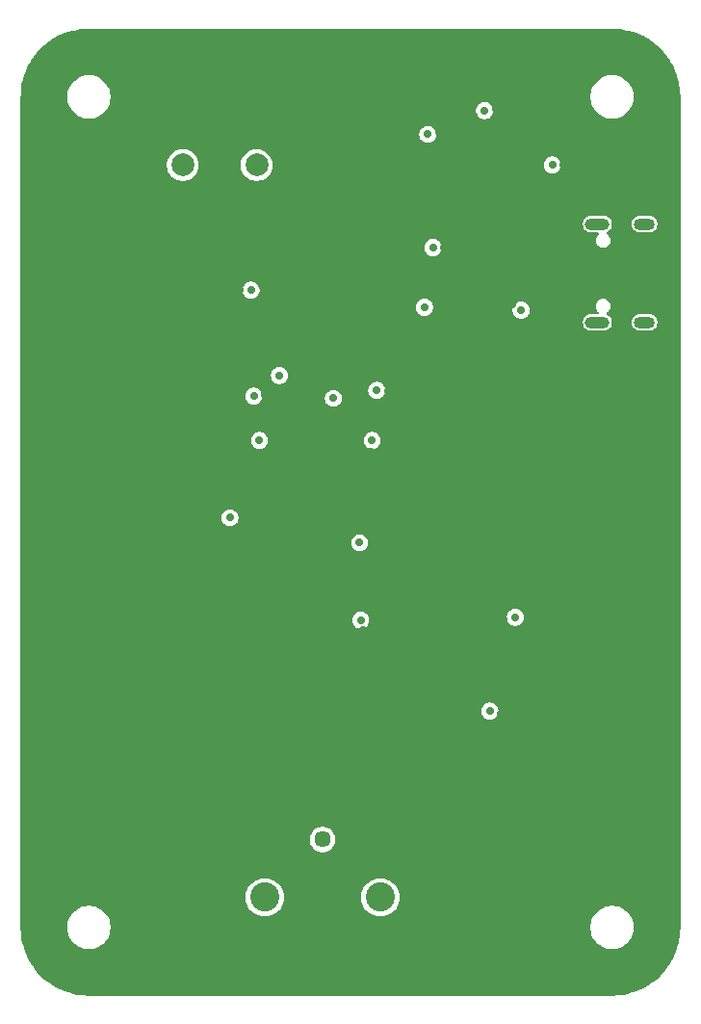
<source format=gbr>
%TF.GenerationSoftware,KiCad,Pcbnew,9.0.0*%
%TF.CreationDate,2025-02-25T08:09:40-06:00*%
%TF.ProjectId,Fatigue Test Board,46617469-6775-4652-9054-65737420426f,-*%
%TF.SameCoordinates,Original*%
%TF.FileFunction,Copper,L2,Inr*%
%TF.FilePolarity,Positive*%
%FSLAX46Y46*%
G04 Gerber Fmt 4.6, Leading zero omitted, Abs format (unit mm)*
G04 Created by KiCad (PCBNEW 9.0.0) date 2025-02-25 08:09:40*
%MOMM*%
%LPD*%
G01*
G04 APERTURE LIST*
%TA.AperFunction,ComponentPad*%
%ADD10C,1.447800*%
%TD*%
%TA.AperFunction,ComponentPad*%
%ADD11C,2.565400*%
%TD*%
%TA.AperFunction,ComponentPad*%
%ADD12O,2.150000X1.050000*%
%TD*%
%TA.AperFunction,ComponentPad*%
%ADD13O,1.850000X1.050000*%
%TD*%
%TA.AperFunction,ComponentPad*%
%ADD14C,2.000000*%
%TD*%
%TA.AperFunction,ViaPad*%
%ADD15C,0.700000*%
%TD*%
G04 APERTURE END LIST*
D10*
%TO.N,/ADC/IN*%
%TO.C,J300*%
X140507400Y-127210903D03*
%TO.N,GND*%
X143047400Y-127210903D03*
D11*
%TO.N,N/C*%
X135427400Y-132290903D03*
X145587400Y-132290903D03*
%TD*%
D12*
%TO.N,unconnected-(J200-SHIELD-PadSH1)*%
%TO.C,J200*%
X164677500Y-81752500D03*
%TO.N,unconnected-(J200-SHIELD__1-PadSH2)*%
X164677500Y-73112500D03*
D13*
%TO.N,unconnected-(J200-SHIELD__2-PadSH3)*%
X168827500Y-81752500D03*
%TO.N,unconnected-(J200-SHIELD__3-PadSH4)*%
X168827500Y-73112500D03*
%TD*%
D14*
%TO.N,GND*%
%TO.C,SW200*%
X128215000Y-63432500D03*
X134715000Y-63432500D03*
%TO.N,/MCU/NRST*%
X128215000Y-67932500D03*
X134715000Y-67932500D03*
%TD*%
D15*
%TO.N,GND*%
X142465000Y-68432500D03*
X137465000Y-63432500D03*
X134965000Y-60932500D03*
X139965000Y-60932500D03*
X144965000Y-60932500D03*
X142465000Y-63432500D03*
X139965000Y-65932500D03*
X137465000Y-68432500D03*
X134965000Y-70932500D03*
X124965000Y-75932500D03*
X124965000Y-80932500D03*
X129965000Y-70932500D03*
X124965000Y-65932500D03*
X122465000Y-68432500D03*
X124965000Y-70932500D03*
X119965000Y-70932500D03*
X122465000Y-73432500D03*
X122465000Y-78432500D03*
X119965000Y-75932500D03*
X119965000Y-80932500D03*
X127465000Y-83432500D03*
X122465000Y-83432500D03*
X124965000Y-85932500D03*
X129965000Y-85932500D03*
X132465000Y-88432500D03*
X127465000Y-88432500D03*
X124965000Y-90932500D03*
X124965000Y-95932500D03*
X124965000Y-100932500D03*
X124965000Y-105932500D03*
X122465000Y-103432500D03*
X122465000Y-98432500D03*
X122465000Y-93432500D03*
X122465000Y-88432500D03*
X119965000Y-85932500D03*
X119965000Y-90932500D03*
X119965000Y-95932500D03*
X119965000Y-100932500D03*
X119965000Y-105932500D03*
X124965000Y-110932500D03*
X122465000Y-113432500D03*
X127465000Y-133432500D03*
X124965000Y-135932500D03*
X124965000Y-130932500D03*
X129965000Y-125932500D03*
X127465000Y-128432500D03*
X124965000Y-125932500D03*
X122465000Y-128432500D03*
X119965000Y-125932500D03*
X119965000Y-120932500D03*
X119965000Y-115932500D03*
X119965000Y-110932500D03*
X122465000Y-108432500D03*
X134965000Y-105932500D03*
X132465000Y-108432500D03*
X127465000Y-108432500D03*
X134965000Y-110932500D03*
X129965000Y-110932500D03*
X134965000Y-115932500D03*
X129965000Y-115932500D03*
X127465000Y-118432500D03*
X137465000Y-118432500D03*
X132465000Y-118432500D03*
X134965000Y-120932500D03*
X129965000Y-120932500D03*
X127465000Y-123432500D03*
X132465000Y-123432500D03*
X137465000Y-123432500D03*
X142465000Y-103432500D03*
X144965000Y-105932500D03*
X147465000Y-103432500D03*
X147465000Y-93432500D03*
X142465000Y-93432500D03*
X144965000Y-95932500D03*
X142465000Y-98432500D03*
X147465000Y-98432500D03*
X149965000Y-95932500D03*
X152465000Y-93432500D03*
X154965000Y-80932500D03*
X152465000Y-83432500D03*
X149965000Y-85932500D03*
X147465000Y-88432500D03*
X152465000Y-88432500D03*
X159965000Y-135932500D03*
X157465000Y-138432500D03*
X152465000Y-138432500D03*
X149965000Y-135932500D03*
X154965000Y-135932500D03*
X152465000Y-133432500D03*
X157465000Y-133432500D03*
X159965000Y-130932500D03*
X152465000Y-128432500D03*
X149965000Y-130932500D03*
X154965000Y-130932500D03*
X154965000Y-125932500D03*
X149965000Y-125932500D03*
X147465000Y-123432500D03*
X152465000Y-123432500D03*
X157465000Y-123432500D03*
X164965000Y-120932500D03*
X164965000Y-115932500D03*
X164965000Y-100932500D03*
X164965000Y-110932500D03*
X164965000Y-105932500D03*
X159965000Y-110932500D03*
X159965000Y-115932500D03*
X159965000Y-120932500D03*
X162465000Y-123432500D03*
X162465000Y-118432500D03*
X162465000Y-113432500D03*
X162465000Y-108432500D03*
X162465000Y-103432500D03*
X159965000Y-100932500D03*
X162465000Y-98432500D03*
X162465000Y-93432500D03*
X164965000Y-95932500D03*
X159965000Y-95932500D03*
X159965000Y-90932500D03*
X164965000Y-90932500D03*
X167465000Y-88432500D03*
X162465000Y-88432500D03*
X157465000Y-88432500D03*
X132465000Y-74132500D03*
X132465000Y-73332500D03*
X125365000Y-73132500D03*
X129265000Y-77232500D03*
X141365000Y-85632500D03*
X156665000Y-74432500D03*
X129365000Y-105932500D03*
X128965000Y-103032500D03*
X139865000Y-118032500D03*
X144065000Y-108832500D03*
%TO.N,VCOM*%
X143865000Y-107932500D03*
%TO.N,GND*%
X151665000Y-111132500D03*
X151665000Y-109932500D03*
X151665000Y-108932500D03*
X153465000Y-106032500D03*
X159065000Y-104132500D03*
X152565000Y-96732500D03*
%TO.N,+3.3VA*%
X143765000Y-101132500D03*
X132365000Y-98932500D03*
%TO.N,GND*%
X144765000Y-93132500D03*
%TO.N,+5V*%
X144865000Y-92132500D03*
X134965000Y-92132500D03*
%TO.N,GND*%
X135165000Y-95532500D03*
X135165000Y-94432500D03*
X135165000Y-93332500D03*
X147665000Y-66532500D03*
X155765000Y-63032500D03*
%TO.N,+5V*%
X154765000Y-63132500D03*
X149765000Y-65232500D03*
%TO.N,GND*%
X150765000Y-65032500D03*
X150665000Y-62832500D03*
X149765000Y-60032500D03*
X148165000Y-60532500D03*
X148165000Y-61932500D03*
X148065000Y-67832500D03*
X148065000Y-68732500D03*
X148065000Y-69632500D03*
X149665000Y-69732500D03*
X144565000Y-112632500D03*
X133365000Y-112132500D03*
X137665000Y-111432500D03*
X136665000Y-104932500D03*
X135665000Y-104932500D03*
X134765000Y-104932500D03*
X136665000Y-100432500D03*
X135665000Y-100432500D03*
X134565000Y-100432500D03*
X130565000Y-90232500D03*
X135465000Y-88132500D03*
X146265000Y-87832500D03*
%TO.N,+3V3*%
X145265000Y-87732500D03*
X134465000Y-88232500D03*
%TO.N,GND*%
X142765000Y-76232500D03*
X144965000Y-73832500D03*
X141465000Y-71232500D03*
X138665000Y-71232500D03*
X133465000Y-82932500D03*
X126865000Y-82032500D03*
X126865000Y-81032500D03*
X126865000Y-80132500D03*
X159665000Y-86632500D03*
X158665000Y-86632500D03*
X157665000Y-86632500D03*
X162865000Y-73832500D03*
X169865000Y-71132500D03*
X169965000Y-83632500D03*
X162665000Y-81132500D03*
X141165000Y-101632500D03*
X156465000Y-107832500D03*
X156215000Y-116182500D03*
%TO.N,VCOM*%
X157465000Y-107682500D03*
X155215000Y-115932500D03*
%TO.N,GND*%
X149215000Y-110682500D03*
X148215000Y-114932500D03*
X151965000Y-115682500D03*
X152215000Y-119932500D03*
X144215000Y-117932500D03*
X143715000Y-123182500D03*
X133215000Y-78932500D03*
%TO.N,/MCU/NRST*%
X134215000Y-78932500D03*
%TO.N,GND*%
X136965000Y-79182500D03*
X135715000Y-86682500D03*
X142465000Y-87932500D03*
%TO.N,SPI1_NSS*%
X136715000Y-86432500D03*
X141465000Y-88432500D03*
%TO.N,GND*%
X151215000Y-75182500D03*
X150465000Y-80932500D03*
X157215000Y-80182500D03*
X161715000Y-67932500D03*
%TO.N,+3V3*%
X149465000Y-80432500D03*
X150215000Y-75182500D03*
%TO.N,+5V*%
X157965000Y-80682500D03*
X160715000Y-67932500D03*
%TO.N,GND*%
X157574886Y-77402500D03*
%TD*%
%TA.AperFunction,Conductor*%
%TO.N,GND*%
G36*
X165967442Y-55933095D02*
G01*
X166386737Y-55949569D01*
X166392020Y-55949892D01*
X166490432Y-55958046D01*
X166494686Y-55958473D01*
X166861848Y-56001930D01*
X166867552Y-56002743D01*
X166960457Y-56018247D01*
X166964194Y-56018931D01*
X167332054Y-56092103D01*
X167338191Y-56093489D01*
X167421292Y-56114533D01*
X167424499Y-56115391D01*
X167505480Y-56138229D01*
X167794195Y-56219655D01*
X167800740Y-56221699D01*
X167869007Y-56245136D01*
X167871467Y-56246011D01*
X168245210Y-56383893D01*
X168252079Y-56386665D01*
X168297997Y-56406807D01*
X168300080Y-56407743D01*
X168454610Y-56478982D01*
X168682013Y-56583816D01*
X168689109Y-56587367D01*
X168693247Y-56589606D01*
X168701196Y-56593907D01*
X168702586Y-56594673D01*
X169095483Y-56814707D01*
X169103767Y-56819782D01*
X169487367Y-57076096D01*
X169495243Y-57081819D01*
X169857539Y-57367429D01*
X169864937Y-57373747D01*
X170203715Y-57686911D01*
X170210588Y-57693784D01*
X170523747Y-58032556D01*
X170530070Y-58039960D01*
X170815680Y-58402256D01*
X170821403Y-58410132D01*
X171077704Y-58793714D01*
X171082791Y-58802016D01*
X171302789Y-59194850D01*
X171303656Y-59196425D01*
X171310128Y-59208385D01*
X171313682Y-59215485D01*
X171489746Y-59597398D01*
X171490691Y-59599501D01*
X171510833Y-59645419D01*
X171513614Y-59652311D01*
X171651461Y-60025960D01*
X171652398Y-60028593D01*
X171664731Y-60064517D01*
X171675786Y-60096719D01*
X171677849Y-60103323D01*
X171782107Y-60472999D01*
X171782967Y-60476215D01*
X171803995Y-60559247D01*
X171805407Y-60565498D01*
X171878564Y-60933288D01*
X171879256Y-60937068D01*
X171894747Y-61029895D01*
X171895577Y-61035723D01*
X171902017Y-61090127D01*
X171939018Y-61402750D01*
X171939453Y-61407083D01*
X171947603Y-61505432D01*
X171947931Y-61510805D01*
X171964404Y-61930056D01*
X171964500Y-61934924D01*
X171964500Y-134930075D01*
X171964404Y-134934943D01*
X171947931Y-135354193D01*
X171947603Y-135359566D01*
X171939453Y-135457915D01*
X171939018Y-135462248D01*
X171895579Y-135829266D01*
X171894747Y-135835103D01*
X171879256Y-135927930D01*
X171878564Y-135931710D01*
X171805407Y-136299500D01*
X171803995Y-136305751D01*
X171782967Y-136388783D01*
X171782107Y-136391999D01*
X171677849Y-136761675D01*
X171675786Y-136768279D01*
X171652407Y-136836381D01*
X171651461Y-136839038D01*
X171513614Y-137212687D01*
X171510833Y-137219579D01*
X171490691Y-137265497D01*
X171489746Y-137267600D01*
X171313682Y-137649513D01*
X171310128Y-137656613D01*
X171303656Y-137668573D01*
X171302790Y-137670148D01*
X171082792Y-138062983D01*
X171077704Y-138071285D01*
X170821403Y-138454867D01*
X170815680Y-138462743D01*
X170530070Y-138825039D01*
X170523747Y-138832443D01*
X170210594Y-139171209D01*
X170203709Y-139178094D01*
X169864943Y-139491247D01*
X169857539Y-139497570D01*
X169495243Y-139783180D01*
X169487367Y-139788903D01*
X169103785Y-140045204D01*
X169095483Y-140050292D01*
X168702648Y-140270290D01*
X168701073Y-140271156D01*
X168689113Y-140277628D01*
X168682013Y-140281182D01*
X168300100Y-140457246D01*
X168297997Y-140458191D01*
X168252079Y-140478333D01*
X168245187Y-140481114D01*
X167871538Y-140618961D01*
X167868881Y-140619907D01*
X167800779Y-140643286D01*
X167794175Y-140645349D01*
X167424499Y-140749607D01*
X167421283Y-140750467D01*
X167338251Y-140771495D01*
X167332000Y-140772907D01*
X166964210Y-140846064D01*
X166960430Y-140846756D01*
X166867603Y-140862247D01*
X166861766Y-140863079D01*
X166494748Y-140906518D01*
X166490415Y-140906953D01*
X166392066Y-140915103D01*
X166386693Y-140915431D01*
X165967443Y-140931904D01*
X165962575Y-140932000D01*
X119967425Y-140932000D01*
X119962557Y-140931904D01*
X119543305Y-140915431D01*
X119537932Y-140915103D01*
X119439583Y-140906953D01*
X119435250Y-140906518D01*
X119155073Y-140873357D01*
X119068223Y-140863077D01*
X119062395Y-140862247D01*
X118969568Y-140846756D01*
X118965788Y-140846064D01*
X118597998Y-140772907D01*
X118591751Y-140771496D01*
X118584661Y-140769700D01*
X118508715Y-140750467D01*
X118505499Y-140749607D01*
X118135823Y-140645349D01*
X118129219Y-140643286D01*
X118110404Y-140636827D01*
X118061093Y-140619898D01*
X118058460Y-140618961D01*
X117684811Y-140481114D01*
X117677919Y-140478333D01*
X117632001Y-140458191D01*
X117629898Y-140457246D01*
X117247985Y-140281182D01*
X117240885Y-140277628D01*
X117228925Y-140271156D01*
X117227350Y-140270289D01*
X116834516Y-140050291D01*
X116826214Y-140045204D01*
X116442632Y-139788903D01*
X116434756Y-139783180D01*
X116072460Y-139497570D01*
X116065056Y-139491247D01*
X115726290Y-139178094D01*
X115719411Y-139171215D01*
X115406247Y-138832437D01*
X115399929Y-138825039D01*
X115114319Y-138462743D01*
X115108596Y-138454867D01*
X114852282Y-138071267D01*
X114847207Y-138062983D01*
X114627173Y-137670086D01*
X114626407Y-137668696D01*
X114619867Y-137656609D01*
X114616316Y-137649513D01*
X114440252Y-137267600D01*
X114439307Y-137265497D01*
X114419165Y-137219579D01*
X114416393Y-137212710D01*
X114278511Y-136838967D01*
X114277636Y-136836507D01*
X114254199Y-136768240D01*
X114252155Y-136761695D01*
X114147891Y-136391999D01*
X114147031Y-136388783D01*
X114140866Y-136364439D01*
X114125989Y-136305691D01*
X114124603Y-136299554D01*
X114051431Y-135931694D01*
X114050742Y-135927930D01*
X114035243Y-135835052D01*
X114034430Y-135829348D01*
X113990973Y-135462187D01*
X113990545Y-135457915D01*
X113982392Y-135359520D01*
X113982069Y-135354237D01*
X113965596Y-134934943D01*
X113965500Y-134930075D01*
X113965500Y-134807935D01*
X118064500Y-134807935D01*
X118064500Y-135057065D01*
X118097018Y-135304065D01*
X118123585Y-135403215D01*
X118161498Y-135544707D01*
X118256830Y-135774861D01*
X118256837Y-135774876D01*
X118381400Y-135990626D01*
X118533060Y-136188274D01*
X118533066Y-136188281D01*
X118709218Y-136364433D01*
X118709225Y-136364439D01*
X118906873Y-136516099D01*
X119122623Y-136640662D01*
X119122638Y-136640669D01*
X119221825Y-136681753D01*
X119352793Y-136736002D01*
X119593435Y-136800482D01*
X119840435Y-136833000D01*
X119840442Y-136833000D01*
X120089558Y-136833000D01*
X120089565Y-136833000D01*
X120336565Y-136800482D01*
X120577207Y-136736002D01*
X120807373Y-136640664D01*
X121023127Y-136516099D01*
X121220776Y-136364438D01*
X121396938Y-136188276D01*
X121548599Y-135990627D01*
X121673164Y-135774873D01*
X121768502Y-135544707D01*
X121832982Y-135304065D01*
X121865500Y-135057065D01*
X121865500Y-134807935D01*
X164064500Y-134807935D01*
X164064500Y-135057065D01*
X164097018Y-135304065D01*
X164123585Y-135403215D01*
X164161498Y-135544707D01*
X164256830Y-135774861D01*
X164256837Y-135774876D01*
X164381400Y-135990626D01*
X164533060Y-136188274D01*
X164533066Y-136188281D01*
X164709218Y-136364433D01*
X164709225Y-136364439D01*
X164906873Y-136516099D01*
X165122623Y-136640662D01*
X165122638Y-136640669D01*
X165221825Y-136681753D01*
X165352793Y-136736002D01*
X165593435Y-136800482D01*
X165840435Y-136833000D01*
X165840442Y-136833000D01*
X166089558Y-136833000D01*
X166089565Y-136833000D01*
X166336565Y-136800482D01*
X166577207Y-136736002D01*
X166807373Y-136640664D01*
X167023127Y-136516099D01*
X167220776Y-136364438D01*
X167396938Y-136188276D01*
X167548599Y-135990627D01*
X167673164Y-135774873D01*
X167768502Y-135544707D01*
X167832982Y-135304065D01*
X167865500Y-135057065D01*
X167865500Y-134807935D01*
X167832982Y-134560935D01*
X167768502Y-134320293D01*
X167673164Y-134090127D01*
X167548599Y-133874373D01*
X167409762Y-133693436D01*
X167396939Y-133676725D01*
X167396933Y-133676718D01*
X167220781Y-133500566D01*
X167220774Y-133500560D01*
X167023126Y-133348900D01*
X166807376Y-133224337D01*
X166807361Y-133224330D01*
X166577207Y-133128998D01*
X166336561Y-133064517D01*
X166089575Y-133032001D01*
X166089570Y-133032000D01*
X166089565Y-133032000D01*
X165840435Y-133032000D01*
X165840429Y-133032000D01*
X165840424Y-133032001D01*
X165593438Y-133064517D01*
X165352792Y-133128998D01*
X165122638Y-133224330D01*
X165122623Y-133224337D01*
X164906873Y-133348900D01*
X164709225Y-133500560D01*
X164709218Y-133500566D01*
X164533066Y-133676718D01*
X164533060Y-133676725D01*
X164381400Y-133874373D01*
X164256837Y-134090123D01*
X164256830Y-134090138D01*
X164161498Y-134320292D01*
X164097017Y-134560938D01*
X164064501Y-134807924D01*
X164064500Y-134807935D01*
X121865500Y-134807935D01*
X121832982Y-134560935D01*
X121768502Y-134320293D01*
X121673164Y-134090127D01*
X121548599Y-133874373D01*
X121409762Y-133693436D01*
X121396939Y-133676725D01*
X121396933Y-133676718D01*
X121220781Y-133500566D01*
X121220774Y-133500560D01*
X121023126Y-133348900D01*
X120807376Y-133224337D01*
X120807361Y-133224330D01*
X120577207Y-133128998D01*
X120336561Y-133064517D01*
X120089575Y-133032001D01*
X120089570Y-133032000D01*
X120089565Y-133032000D01*
X119840435Y-133032000D01*
X119840429Y-133032000D01*
X119840424Y-133032001D01*
X119593438Y-133064517D01*
X119352792Y-133128998D01*
X119122638Y-133224330D01*
X119122623Y-133224337D01*
X118906873Y-133348900D01*
X118709225Y-133500560D01*
X118709218Y-133500566D01*
X118533066Y-133676718D01*
X118533060Y-133676725D01*
X118381400Y-133874373D01*
X118256837Y-134090123D01*
X118256830Y-134090138D01*
X118161498Y-134320292D01*
X118097017Y-134560938D01*
X118064501Y-134807924D01*
X118064500Y-134807935D01*
X113965500Y-134807935D01*
X113965500Y-132180586D01*
X133744200Y-132180586D01*
X133744200Y-132401219D01*
X133744201Y-132401235D01*
X133772998Y-132619973D01*
X133772999Y-132619978D01*
X133773000Y-132619984D01*
X133773001Y-132619986D01*
X133830107Y-132833110D01*
X133830110Y-132833120D01*
X133914541Y-133036954D01*
X133914544Y-133036961D01*
X134024867Y-133228046D01*
X134024870Y-133228050D01*
X134024874Y-133228056D01*
X134159188Y-133403095D01*
X134159196Y-133403104D01*
X134315199Y-133559107D01*
X134315207Y-133559114D01*
X134490246Y-133693428D01*
X134490249Y-133693430D01*
X134490257Y-133693436D01*
X134681342Y-133803759D01*
X134885192Y-133888196D01*
X135098319Y-133945303D01*
X135317077Y-133974103D01*
X135317084Y-133974103D01*
X135537716Y-133974103D01*
X135537723Y-133974103D01*
X135756481Y-133945303D01*
X135969608Y-133888196D01*
X136173458Y-133803759D01*
X136364543Y-133693436D01*
X136539592Y-133559115D01*
X136539596Y-133559110D01*
X136539601Y-133559107D01*
X136695604Y-133403104D01*
X136695607Y-133403099D01*
X136695612Y-133403095D01*
X136829933Y-133228046D01*
X136940256Y-133036961D01*
X137024693Y-132833111D01*
X137081800Y-132619984D01*
X137110600Y-132401226D01*
X137110600Y-132180586D01*
X143904200Y-132180586D01*
X143904200Y-132401219D01*
X143904201Y-132401235D01*
X143932998Y-132619973D01*
X143932999Y-132619978D01*
X143933000Y-132619984D01*
X143933001Y-132619986D01*
X143990107Y-132833110D01*
X143990110Y-132833120D01*
X144074541Y-133036954D01*
X144074544Y-133036961D01*
X144184867Y-133228046D01*
X144184870Y-133228050D01*
X144184874Y-133228056D01*
X144319188Y-133403095D01*
X144319196Y-133403104D01*
X144475199Y-133559107D01*
X144475207Y-133559114D01*
X144650246Y-133693428D01*
X144650249Y-133693430D01*
X144650257Y-133693436D01*
X144841342Y-133803759D01*
X145045192Y-133888196D01*
X145258319Y-133945303D01*
X145477077Y-133974103D01*
X145477084Y-133974103D01*
X145697716Y-133974103D01*
X145697723Y-133974103D01*
X145916481Y-133945303D01*
X146129608Y-133888196D01*
X146333458Y-133803759D01*
X146524543Y-133693436D01*
X146699592Y-133559115D01*
X146699596Y-133559110D01*
X146699601Y-133559107D01*
X146855604Y-133403104D01*
X146855607Y-133403099D01*
X146855612Y-133403095D01*
X146989933Y-133228046D01*
X147100256Y-133036961D01*
X147184693Y-132833111D01*
X147241800Y-132619984D01*
X147270600Y-132401226D01*
X147270600Y-132180580D01*
X147241800Y-131961822D01*
X147184693Y-131748695D01*
X147100256Y-131544845D01*
X146989933Y-131353760D01*
X146855612Y-131178711D01*
X146855611Y-131178710D01*
X146855604Y-131178702D01*
X146699601Y-131022699D01*
X146699592Y-131022691D01*
X146524553Y-130888377D01*
X146524547Y-130888373D01*
X146524543Y-130888370D01*
X146333458Y-130778047D01*
X146333451Y-130778044D01*
X146129617Y-130693613D01*
X146129610Y-130693611D01*
X146129608Y-130693610D01*
X145916481Y-130636503D01*
X145916475Y-130636502D01*
X145916470Y-130636501D01*
X145697732Y-130607704D01*
X145697729Y-130607703D01*
X145697723Y-130607703D01*
X145477077Y-130607703D01*
X145477071Y-130607703D01*
X145477067Y-130607704D01*
X145258329Y-130636501D01*
X145258322Y-130636502D01*
X145258319Y-130636503D01*
X145045192Y-130693610D01*
X145045182Y-130693613D01*
X144841348Y-130778044D01*
X144841339Y-130778048D01*
X144650263Y-130888366D01*
X144650246Y-130888377D01*
X144475207Y-131022691D01*
X144319188Y-131178710D01*
X144184874Y-131353749D01*
X144184863Y-131353766D01*
X144074545Y-131544842D01*
X144074541Y-131544851D01*
X143990110Y-131748685D01*
X143990107Y-131748695D01*
X143933001Y-131961819D01*
X143932998Y-131961832D01*
X143904201Y-132180570D01*
X143904200Y-132180586D01*
X137110600Y-132180586D01*
X137110600Y-132180580D01*
X137081800Y-131961822D01*
X137024693Y-131748695D01*
X136940256Y-131544845D01*
X136829933Y-131353760D01*
X136695612Y-131178711D01*
X136695611Y-131178710D01*
X136695604Y-131178702D01*
X136539601Y-131022699D01*
X136539592Y-131022691D01*
X136364553Y-130888377D01*
X136364547Y-130888373D01*
X136364543Y-130888370D01*
X136173458Y-130778047D01*
X136173451Y-130778044D01*
X135969617Y-130693613D01*
X135969610Y-130693611D01*
X135969608Y-130693610D01*
X135756481Y-130636503D01*
X135756475Y-130636502D01*
X135756470Y-130636501D01*
X135537732Y-130607704D01*
X135537729Y-130607703D01*
X135537723Y-130607703D01*
X135317077Y-130607703D01*
X135317071Y-130607703D01*
X135317067Y-130607704D01*
X135098329Y-130636501D01*
X135098322Y-130636502D01*
X135098319Y-130636503D01*
X134885192Y-130693610D01*
X134885182Y-130693613D01*
X134681348Y-130778044D01*
X134681339Y-130778048D01*
X134490263Y-130888366D01*
X134490246Y-130888377D01*
X134315207Y-131022691D01*
X134159188Y-131178710D01*
X134024874Y-131353749D01*
X134024863Y-131353766D01*
X133914545Y-131544842D01*
X133914541Y-131544851D01*
X133830110Y-131748685D01*
X133830107Y-131748695D01*
X133773001Y-131961819D01*
X133772998Y-131961832D01*
X133744201Y-132180570D01*
X133744200Y-132180586D01*
X113965500Y-132180586D01*
X113965500Y-127122405D01*
X139383000Y-127122405D01*
X139383000Y-127299400D01*
X139410685Y-127474195D01*
X139410686Y-127474201D01*
X139452257Y-127602143D01*
X139465379Y-127642527D01*
X139545729Y-127800220D01*
X139649750Y-127943394D01*
X139649754Y-127943399D01*
X139774903Y-128068548D01*
X139774908Y-128068552D01*
X139899792Y-128159285D01*
X139918086Y-128172576D01*
X140018567Y-128223773D01*
X140075775Y-128252923D01*
X140075777Y-128252923D01*
X140075780Y-128252925D01*
X140244102Y-128307617D01*
X140331505Y-128321460D01*
X140418903Y-128335303D01*
X140418908Y-128335303D01*
X140595897Y-128335303D01*
X140675349Y-128322718D01*
X140770698Y-128307617D01*
X140939020Y-128252925D01*
X141096714Y-128172576D01*
X141239898Y-128068547D01*
X141365044Y-127943401D01*
X141469073Y-127800217D01*
X141549422Y-127642523D01*
X141604114Y-127474201D01*
X141619215Y-127378852D01*
X141631800Y-127299400D01*
X141631800Y-127122405D01*
X141616698Y-127027062D01*
X141604114Y-126947605D01*
X141549422Y-126779283D01*
X141549420Y-126779280D01*
X141549420Y-126779278D01*
X141520270Y-126722070D01*
X141469073Y-126621589D01*
X141455782Y-126603295D01*
X141365049Y-126478411D01*
X141365045Y-126478406D01*
X141239896Y-126353257D01*
X141239891Y-126353253D01*
X141096717Y-126249232D01*
X141096716Y-126249231D01*
X141096714Y-126249230D01*
X141047469Y-126224138D01*
X140939024Y-126168882D01*
X140898640Y-126155760D01*
X140770698Y-126114189D01*
X140770692Y-126114188D01*
X140595897Y-126086503D01*
X140595892Y-126086503D01*
X140418908Y-126086503D01*
X140418903Y-126086503D01*
X140244107Y-126114188D01*
X140244105Y-126114188D01*
X140244102Y-126114189D01*
X140159941Y-126141535D01*
X140075775Y-126168882D01*
X139918082Y-126249232D01*
X139774908Y-126353253D01*
X139774903Y-126353257D01*
X139649754Y-126478406D01*
X139649750Y-126478411D01*
X139545729Y-126621585D01*
X139465379Y-126779278D01*
X139438032Y-126863444D01*
X139410686Y-126947605D01*
X139410685Y-126947608D01*
X139410685Y-126947610D01*
X139383000Y-127122405D01*
X113965500Y-127122405D01*
X113965500Y-116006420D01*
X154464499Y-116006420D01*
X154493340Y-116151407D01*
X154493343Y-116151417D01*
X154549912Y-116287988D01*
X154549919Y-116288001D01*
X154632048Y-116410915D01*
X154632051Y-116410919D01*
X154736580Y-116515448D01*
X154736584Y-116515451D01*
X154859498Y-116597580D01*
X154859511Y-116597587D01*
X154996082Y-116654156D01*
X154996087Y-116654158D01*
X154996091Y-116654158D01*
X154996092Y-116654159D01*
X155141079Y-116683000D01*
X155141082Y-116683000D01*
X155288920Y-116683000D01*
X155386462Y-116663596D01*
X155433913Y-116654158D01*
X155570495Y-116597584D01*
X155693416Y-116515451D01*
X155797951Y-116410916D01*
X155880084Y-116287995D01*
X155936658Y-116151413D01*
X155965500Y-116006418D01*
X155965500Y-115858582D01*
X155965500Y-115858579D01*
X155936659Y-115713592D01*
X155936658Y-115713591D01*
X155936658Y-115713587D01*
X155936656Y-115713582D01*
X155880087Y-115577011D01*
X155880080Y-115576998D01*
X155797951Y-115454084D01*
X155797948Y-115454080D01*
X155693419Y-115349551D01*
X155693415Y-115349548D01*
X155570501Y-115267419D01*
X155570488Y-115267412D01*
X155433917Y-115210843D01*
X155433907Y-115210840D01*
X155288920Y-115182000D01*
X155288918Y-115182000D01*
X155141082Y-115182000D01*
X155141080Y-115182000D01*
X154996092Y-115210840D01*
X154996082Y-115210843D01*
X154859511Y-115267412D01*
X154859498Y-115267419D01*
X154736584Y-115349548D01*
X154736580Y-115349551D01*
X154632051Y-115454080D01*
X154632048Y-115454084D01*
X154549919Y-115576998D01*
X154549912Y-115577011D01*
X154493343Y-115713582D01*
X154493340Y-115713592D01*
X154464500Y-115858579D01*
X154464500Y-115858582D01*
X154464500Y-116006418D01*
X154464500Y-116006420D01*
X154464499Y-116006420D01*
X113965500Y-116006420D01*
X113965500Y-108006420D01*
X143114499Y-108006420D01*
X143143340Y-108151407D01*
X143143343Y-108151417D01*
X143199912Y-108287988D01*
X143199919Y-108288001D01*
X143282048Y-108410915D01*
X143282051Y-108410919D01*
X143386580Y-108515448D01*
X143386584Y-108515451D01*
X143509498Y-108597580D01*
X143509511Y-108597587D01*
X143646082Y-108654156D01*
X143646087Y-108654158D01*
X143646091Y-108654158D01*
X143646092Y-108654159D01*
X143791079Y-108683000D01*
X143791082Y-108683000D01*
X143938920Y-108683000D01*
X144036462Y-108663596D01*
X144083913Y-108654158D01*
X144220495Y-108597584D01*
X144343416Y-108515451D01*
X144447951Y-108410916D01*
X144530084Y-108287995D01*
X144586658Y-108151413D01*
X144615500Y-108006418D01*
X144615500Y-107858582D01*
X144615500Y-107858579D01*
X144595178Y-107756420D01*
X156714499Y-107756420D01*
X156743340Y-107901407D01*
X156743343Y-107901417D01*
X156799912Y-108037988D01*
X156799919Y-108038001D01*
X156882048Y-108160915D01*
X156882051Y-108160919D01*
X156986580Y-108265448D01*
X156986584Y-108265451D01*
X157109498Y-108347580D01*
X157109511Y-108347587D01*
X157246082Y-108404156D01*
X157246087Y-108404158D01*
X157246091Y-108404158D01*
X157246092Y-108404159D01*
X157391079Y-108433000D01*
X157391082Y-108433000D01*
X157538920Y-108433000D01*
X157649944Y-108410915D01*
X157683913Y-108404158D01*
X157820495Y-108347584D01*
X157943416Y-108265451D01*
X158047951Y-108160916D01*
X158130084Y-108037995D01*
X158186658Y-107901413D01*
X158215500Y-107756418D01*
X158215500Y-107608582D01*
X158215500Y-107608579D01*
X158186659Y-107463592D01*
X158186658Y-107463591D01*
X158186658Y-107463587D01*
X158139422Y-107349548D01*
X158130087Y-107327011D01*
X158130080Y-107326998D01*
X158047951Y-107204084D01*
X158047948Y-107204080D01*
X157943419Y-107099551D01*
X157943415Y-107099548D01*
X157820501Y-107017419D01*
X157820488Y-107017412D01*
X157683917Y-106960843D01*
X157683907Y-106960840D01*
X157538920Y-106932000D01*
X157538918Y-106932000D01*
X157391082Y-106932000D01*
X157391080Y-106932000D01*
X157246092Y-106960840D01*
X157246082Y-106960843D01*
X157109511Y-107017412D01*
X157109498Y-107017419D01*
X156986584Y-107099548D01*
X156986580Y-107099551D01*
X156882051Y-107204080D01*
X156882048Y-107204084D01*
X156799919Y-107326998D01*
X156799912Y-107327011D01*
X156743343Y-107463582D01*
X156743340Y-107463592D01*
X156714500Y-107608579D01*
X156714500Y-107608582D01*
X156714500Y-107756418D01*
X156714500Y-107756420D01*
X156714499Y-107756420D01*
X144595178Y-107756420D01*
X144586659Y-107713592D01*
X144586658Y-107713591D01*
X144586658Y-107713587D01*
X144586656Y-107713582D01*
X144560296Y-107649942D01*
X144530085Y-107577007D01*
X144530080Y-107576998D01*
X144447951Y-107454084D01*
X144447948Y-107454080D01*
X144343419Y-107349551D01*
X144343415Y-107349548D01*
X144220501Y-107267419D01*
X144220488Y-107267412D01*
X144083917Y-107210843D01*
X144083907Y-107210840D01*
X143938920Y-107182000D01*
X143938918Y-107182000D01*
X143791082Y-107182000D01*
X143791080Y-107182000D01*
X143646092Y-107210840D01*
X143646082Y-107210843D01*
X143509511Y-107267412D01*
X143509498Y-107267419D01*
X143386584Y-107349548D01*
X143386580Y-107349551D01*
X143282051Y-107454080D01*
X143282048Y-107454084D01*
X143199919Y-107576998D01*
X143199912Y-107577011D01*
X143143343Y-107713582D01*
X143143340Y-107713592D01*
X143114500Y-107858579D01*
X143114500Y-107858582D01*
X143114500Y-108006418D01*
X143114500Y-108006420D01*
X143114499Y-108006420D01*
X113965500Y-108006420D01*
X113965500Y-101206420D01*
X143014499Y-101206420D01*
X143043340Y-101351407D01*
X143043343Y-101351417D01*
X143099912Y-101487988D01*
X143099919Y-101488001D01*
X143182048Y-101610915D01*
X143182051Y-101610919D01*
X143286580Y-101715448D01*
X143286584Y-101715451D01*
X143409498Y-101797580D01*
X143409511Y-101797587D01*
X143546082Y-101854156D01*
X143546087Y-101854158D01*
X143546091Y-101854158D01*
X143546092Y-101854159D01*
X143691079Y-101883000D01*
X143691082Y-101883000D01*
X143838920Y-101883000D01*
X143936462Y-101863596D01*
X143983913Y-101854158D01*
X144120495Y-101797584D01*
X144243416Y-101715451D01*
X144347951Y-101610916D01*
X144430084Y-101487995D01*
X144486658Y-101351413D01*
X144515500Y-101206418D01*
X144515500Y-101058582D01*
X144515500Y-101058579D01*
X144486659Y-100913592D01*
X144486658Y-100913591D01*
X144486658Y-100913587D01*
X144486656Y-100913582D01*
X144430087Y-100777011D01*
X144430080Y-100776998D01*
X144347951Y-100654084D01*
X144347948Y-100654080D01*
X144243419Y-100549551D01*
X144243415Y-100549548D01*
X144120501Y-100467419D01*
X144120488Y-100467412D01*
X143983917Y-100410843D01*
X143983907Y-100410840D01*
X143838920Y-100382000D01*
X143838918Y-100382000D01*
X143691082Y-100382000D01*
X143691080Y-100382000D01*
X143546092Y-100410840D01*
X143546082Y-100410843D01*
X143409511Y-100467412D01*
X143409498Y-100467419D01*
X143286584Y-100549548D01*
X143286580Y-100549551D01*
X143182051Y-100654080D01*
X143182048Y-100654084D01*
X143099919Y-100776998D01*
X143099912Y-100777011D01*
X143043343Y-100913582D01*
X143043340Y-100913592D01*
X143014500Y-101058579D01*
X143014500Y-101058582D01*
X143014500Y-101206418D01*
X143014500Y-101206420D01*
X143014499Y-101206420D01*
X113965500Y-101206420D01*
X113965500Y-99006420D01*
X131614499Y-99006420D01*
X131643340Y-99151407D01*
X131643343Y-99151417D01*
X131699912Y-99287988D01*
X131699919Y-99288001D01*
X131782048Y-99410915D01*
X131782051Y-99410919D01*
X131886580Y-99515448D01*
X131886584Y-99515451D01*
X132009498Y-99597580D01*
X132009511Y-99597587D01*
X132146082Y-99654156D01*
X132146087Y-99654158D01*
X132146091Y-99654158D01*
X132146092Y-99654159D01*
X132291079Y-99683000D01*
X132291082Y-99683000D01*
X132438920Y-99683000D01*
X132536462Y-99663596D01*
X132583913Y-99654158D01*
X132720495Y-99597584D01*
X132843416Y-99515451D01*
X132947951Y-99410916D01*
X133030084Y-99287995D01*
X133086658Y-99151413D01*
X133115500Y-99006418D01*
X133115500Y-98858582D01*
X133115500Y-98858579D01*
X133086659Y-98713592D01*
X133086658Y-98713591D01*
X133086658Y-98713587D01*
X133086656Y-98713582D01*
X133030087Y-98577011D01*
X133030080Y-98576998D01*
X132947951Y-98454084D01*
X132947948Y-98454080D01*
X132843419Y-98349551D01*
X132843415Y-98349548D01*
X132720501Y-98267419D01*
X132720488Y-98267412D01*
X132583917Y-98210843D01*
X132583907Y-98210840D01*
X132438920Y-98182000D01*
X132438918Y-98182000D01*
X132291082Y-98182000D01*
X132291080Y-98182000D01*
X132146092Y-98210840D01*
X132146082Y-98210843D01*
X132009511Y-98267412D01*
X132009498Y-98267419D01*
X131886584Y-98349548D01*
X131886580Y-98349551D01*
X131782051Y-98454080D01*
X131782048Y-98454084D01*
X131699919Y-98576998D01*
X131699912Y-98577011D01*
X131643343Y-98713582D01*
X131643340Y-98713592D01*
X131614500Y-98858579D01*
X131614500Y-98858582D01*
X131614500Y-99006418D01*
X131614500Y-99006420D01*
X131614499Y-99006420D01*
X113965500Y-99006420D01*
X113965500Y-92206420D01*
X134214499Y-92206420D01*
X134243340Y-92351407D01*
X134243343Y-92351417D01*
X134299912Y-92487988D01*
X134299919Y-92488001D01*
X134382048Y-92610915D01*
X134382051Y-92610919D01*
X134486580Y-92715448D01*
X134486584Y-92715451D01*
X134609498Y-92797580D01*
X134609511Y-92797587D01*
X134746082Y-92854156D01*
X134746087Y-92854158D01*
X134746091Y-92854158D01*
X134746092Y-92854159D01*
X134891079Y-92883000D01*
X134891082Y-92883000D01*
X135038920Y-92883000D01*
X135136462Y-92863596D01*
X135183913Y-92854158D01*
X135320495Y-92797584D01*
X135443416Y-92715451D01*
X135547951Y-92610916D01*
X135630084Y-92487995D01*
X135686658Y-92351413D01*
X135715500Y-92206420D01*
X144114499Y-92206420D01*
X144143340Y-92351407D01*
X144143343Y-92351417D01*
X144199912Y-92487988D01*
X144199919Y-92488001D01*
X144282048Y-92610915D01*
X144282051Y-92610919D01*
X144386580Y-92715448D01*
X144386584Y-92715451D01*
X144509498Y-92797580D01*
X144509511Y-92797587D01*
X144646082Y-92854156D01*
X144646087Y-92854158D01*
X144646091Y-92854158D01*
X144646092Y-92854159D01*
X144791079Y-92883000D01*
X144791082Y-92883000D01*
X144938920Y-92883000D01*
X145036462Y-92863596D01*
X145083913Y-92854158D01*
X145220495Y-92797584D01*
X145343416Y-92715451D01*
X145447951Y-92610916D01*
X145530084Y-92487995D01*
X145586658Y-92351413D01*
X145615500Y-92206418D01*
X145615500Y-92058582D01*
X145615500Y-92058579D01*
X145586659Y-91913592D01*
X145586658Y-91913591D01*
X145586658Y-91913587D01*
X145586656Y-91913582D01*
X145530087Y-91777011D01*
X145530080Y-91776998D01*
X145447951Y-91654084D01*
X145447948Y-91654080D01*
X145343419Y-91549551D01*
X145343415Y-91549548D01*
X145220501Y-91467419D01*
X145220488Y-91467412D01*
X145083917Y-91410843D01*
X145083907Y-91410840D01*
X144938920Y-91382000D01*
X144938918Y-91382000D01*
X144791082Y-91382000D01*
X144791080Y-91382000D01*
X144646092Y-91410840D01*
X144646082Y-91410843D01*
X144509511Y-91467412D01*
X144509498Y-91467419D01*
X144386584Y-91549548D01*
X144386580Y-91549551D01*
X144282051Y-91654080D01*
X144282048Y-91654084D01*
X144199919Y-91776998D01*
X144199912Y-91777011D01*
X144143343Y-91913582D01*
X144143340Y-91913592D01*
X144114500Y-92058579D01*
X144114500Y-92058582D01*
X144114500Y-92206418D01*
X144114500Y-92206420D01*
X144114499Y-92206420D01*
X135715500Y-92206420D01*
X135715500Y-92206418D01*
X135715500Y-92058582D01*
X135715500Y-92058579D01*
X135686659Y-91913592D01*
X135686658Y-91913591D01*
X135686658Y-91913587D01*
X135686656Y-91913582D01*
X135630087Y-91777011D01*
X135630080Y-91776998D01*
X135547951Y-91654084D01*
X135547948Y-91654080D01*
X135443419Y-91549551D01*
X135443415Y-91549548D01*
X135320501Y-91467419D01*
X135320488Y-91467412D01*
X135183917Y-91410843D01*
X135183907Y-91410840D01*
X135038920Y-91382000D01*
X135038918Y-91382000D01*
X134891082Y-91382000D01*
X134891080Y-91382000D01*
X134746092Y-91410840D01*
X134746082Y-91410843D01*
X134609511Y-91467412D01*
X134609498Y-91467419D01*
X134486584Y-91549548D01*
X134486580Y-91549551D01*
X134382051Y-91654080D01*
X134382048Y-91654084D01*
X134299919Y-91776998D01*
X134299912Y-91777011D01*
X134243343Y-91913582D01*
X134243340Y-91913592D01*
X134214500Y-92058579D01*
X134214500Y-92058582D01*
X134214500Y-92206418D01*
X134214500Y-92206420D01*
X134214499Y-92206420D01*
X113965500Y-92206420D01*
X113965500Y-88306420D01*
X133714499Y-88306420D01*
X133743340Y-88451407D01*
X133743343Y-88451417D01*
X133799912Y-88587988D01*
X133799919Y-88588001D01*
X133882048Y-88710915D01*
X133882051Y-88710919D01*
X133986580Y-88815448D01*
X133986584Y-88815451D01*
X134109498Y-88897580D01*
X134109511Y-88897587D01*
X134246082Y-88954156D01*
X134246087Y-88954158D01*
X134246091Y-88954158D01*
X134246092Y-88954159D01*
X134391079Y-88983000D01*
X134391082Y-88983000D01*
X134538920Y-88983000D01*
X134636462Y-88963596D01*
X134683913Y-88954158D01*
X134820495Y-88897584D01*
X134943416Y-88815451D01*
X135047951Y-88710916D01*
X135130084Y-88587995D01*
X135163873Y-88506420D01*
X140714499Y-88506420D01*
X140743340Y-88651407D01*
X140743343Y-88651417D01*
X140799912Y-88787988D01*
X140799919Y-88788001D01*
X140882048Y-88910915D01*
X140882051Y-88910919D01*
X140986580Y-89015448D01*
X140986584Y-89015451D01*
X141109498Y-89097580D01*
X141109511Y-89097587D01*
X141246082Y-89154156D01*
X141246087Y-89154158D01*
X141246091Y-89154158D01*
X141246092Y-89154159D01*
X141391079Y-89183000D01*
X141391082Y-89183000D01*
X141538920Y-89183000D01*
X141636462Y-89163596D01*
X141683913Y-89154158D01*
X141820495Y-89097584D01*
X141943416Y-89015451D01*
X142047951Y-88910916D01*
X142130084Y-88787995D01*
X142186658Y-88651413D01*
X142215500Y-88506418D01*
X142215500Y-88358582D01*
X142215500Y-88358579D01*
X142186659Y-88213592D01*
X142186658Y-88213591D01*
X142186658Y-88213587D01*
X142134639Y-88088001D01*
X142130087Y-88077011D01*
X142130080Y-88076998D01*
X142047951Y-87954084D01*
X142047948Y-87954080D01*
X141943419Y-87849551D01*
X141943415Y-87849548D01*
X141878870Y-87806420D01*
X144514499Y-87806420D01*
X144543340Y-87951407D01*
X144543343Y-87951417D01*
X144599912Y-88087988D01*
X144599919Y-88088001D01*
X144682048Y-88210915D01*
X144682051Y-88210919D01*
X144786580Y-88315448D01*
X144786584Y-88315451D01*
X144909498Y-88397580D01*
X144909511Y-88397587D01*
X145046082Y-88454156D01*
X145046087Y-88454158D01*
X145046091Y-88454158D01*
X145046092Y-88454159D01*
X145191079Y-88483000D01*
X145191082Y-88483000D01*
X145338920Y-88483000D01*
X145436462Y-88463596D01*
X145483913Y-88454158D01*
X145620495Y-88397584D01*
X145743416Y-88315451D01*
X145847951Y-88210916D01*
X145930084Y-88087995D01*
X145986658Y-87951413D01*
X146001459Y-87877005D01*
X146015500Y-87806420D01*
X146015500Y-87658579D01*
X145986659Y-87513592D01*
X145986658Y-87513591D01*
X145986658Y-87513587D01*
X145973574Y-87482000D01*
X145930087Y-87377011D01*
X145930080Y-87376998D01*
X145847951Y-87254084D01*
X145847948Y-87254080D01*
X145743419Y-87149551D01*
X145743415Y-87149548D01*
X145620501Y-87067419D01*
X145620488Y-87067412D01*
X145483917Y-87010843D01*
X145483907Y-87010840D01*
X145338920Y-86982000D01*
X145338918Y-86982000D01*
X145191082Y-86982000D01*
X145191080Y-86982000D01*
X145046092Y-87010840D01*
X145046082Y-87010843D01*
X144909511Y-87067412D01*
X144909498Y-87067419D01*
X144786584Y-87149548D01*
X144786580Y-87149551D01*
X144682051Y-87254080D01*
X144682048Y-87254084D01*
X144599919Y-87376998D01*
X144599912Y-87377011D01*
X144543343Y-87513582D01*
X144543340Y-87513592D01*
X144514500Y-87658579D01*
X144514500Y-87658582D01*
X144514500Y-87806418D01*
X144514500Y-87806420D01*
X144514499Y-87806420D01*
X141878870Y-87806420D01*
X141820501Y-87767419D01*
X141820494Y-87767415D01*
X141819616Y-87767052D01*
X141819614Y-87767050D01*
X141683917Y-87710843D01*
X141683907Y-87710840D01*
X141538920Y-87682000D01*
X141538918Y-87682000D01*
X141391082Y-87682000D01*
X141391080Y-87682000D01*
X141246092Y-87710840D01*
X141246082Y-87710843D01*
X141109511Y-87767412D01*
X141109498Y-87767419D01*
X140986584Y-87849548D01*
X140986580Y-87849551D01*
X140882051Y-87954080D01*
X140882048Y-87954084D01*
X140799919Y-88076998D01*
X140799912Y-88077011D01*
X140743343Y-88213582D01*
X140743340Y-88213592D01*
X140714500Y-88358579D01*
X140714500Y-88358582D01*
X140714500Y-88506418D01*
X140714500Y-88506420D01*
X140714499Y-88506420D01*
X135163873Y-88506420D01*
X135186658Y-88451413D01*
X135211148Y-88328298D01*
X135215500Y-88306420D01*
X135215500Y-88158579D01*
X135186659Y-88013592D01*
X135186658Y-88013591D01*
X135186658Y-88013587D01*
X135162011Y-87954084D01*
X135130087Y-87877011D01*
X135130080Y-87876998D01*
X135047951Y-87754084D01*
X135047948Y-87754080D01*
X134943419Y-87649551D01*
X134943415Y-87649548D01*
X134820501Y-87567419D01*
X134820488Y-87567412D01*
X134683917Y-87510843D01*
X134683907Y-87510840D01*
X134538920Y-87482000D01*
X134538918Y-87482000D01*
X134391082Y-87482000D01*
X134391080Y-87482000D01*
X134246092Y-87510840D01*
X134246082Y-87510843D01*
X134109511Y-87567412D01*
X134109498Y-87567419D01*
X133986584Y-87649548D01*
X133986580Y-87649551D01*
X133882051Y-87754080D01*
X133882048Y-87754084D01*
X133799919Y-87876998D01*
X133799912Y-87877011D01*
X133743343Y-88013582D01*
X133743340Y-88013592D01*
X133714500Y-88158579D01*
X133714500Y-88158582D01*
X133714500Y-88306418D01*
X133714500Y-88306420D01*
X133714499Y-88306420D01*
X113965500Y-88306420D01*
X113965500Y-86506420D01*
X135964499Y-86506420D01*
X135993340Y-86651407D01*
X135993343Y-86651417D01*
X136049912Y-86787988D01*
X136049919Y-86788001D01*
X136132048Y-86910915D01*
X136132051Y-86910919D01*
X136236580Y-87015448D01*
X136236584Y-87015451D01*
X136359498Y-87097580D01*
X136359511Y-87097587D01*
X136496082Y-87154156D01*
X136496087Y-87154158D01*
X136496091Y-87154158D01*
X136496092Y-87154159D01*
X136641079Y-87183000D01*
X136641082Y-87183000D01*
X136788920Y-87183000D01*
X136886462Y-87163596D01*
X136933913Y-87154158D01*
X137070495Y-87097584D01*
X137193416Y-87015451D01*
X137297951Y-86910916D01*
X137380084Y-86787995D01*
X137436658Y-86651413D01*
X137465500Y-86506418D01*
X137465500Y-86358582D01*
X137465500Y-86358579D01*
X137436659Y-86213592D01*
X137436658Y-86213591D01*
X137436658Y-86213587D01*
X137436656Y-86213582D01*
X137380087Y-86077011D01*
X137380080Y-86076998D01*
X137297951Y-85954084D01*
X137297948Y-85954080D01*
X137193419Y-85849551D01*
X137193415Y-85849548D01*
X137070501Y-85767419D01*
X137070488Y-85767412D01*
X136933917Y-85710843D01*
X136933907Y-85710840D01*
X136788920Y-85682000D01*
X136788918Y-85682000D01*
X136641082Y-85682000D01*
X136641080Y-85682000D01*
X136496092Y-85710840D01*
X136496082Y-85710843D01*
X136359511Y-85767412D01*
X136359498Y-85767419D01*
X136236584Y-85849548D01*
X136236580Y-85849551D01*
X136132051Y-85954080D01*
X136132048Y-85954084D01*
X136049919Y-86076998D01*
X136049912Y-86077011D01*
X135993343Y-86213582D01*
X135993340Y-86213592D01*
X135964500Y-86358579D01*
X135964500Y-86358582D01*
X135964500Y-86506418D01*
X135964500Y-86506420D01*
X135964499Y-86506420D01*
X113965500Y-86506420D01*
X113965500Y-81823957D01*
X163401999Y-81823957D01*
X163429879Y-81964114D01*
X163429881Y-81964120D01*
X163484569Y-82096150D01*
X163484574Y-82096159D01*
X163563967Y-82214978D01*
X163563970Y-82214982D01*
X163665017Y-82316029D01*
X163665021Y-82316032D01*
X163783840Y-82395425D01*
X163783846Y-82395428D01*
X163783847Y-82395429D01*
X163915880Y-82450119D01*
X163915884Y-82450119D01*
X163915885Y-82450120D01*
X164056042Y-82478000D01*
X164056045Y-82478000D01*
X165298957Y-82478000D01*
X165393251Y-82459242D01*
X165439120Y-82450119D01*
X165571153Y-82395429D01*
X165689979Y-82316032D01*
X165791032Y-82214979D01*
X165870429Y-82096153D01*
X165925119Y-81964120D01*
X165953000Y-81823957D01*
X167701999Y-81823957D01*
X167729879Y-81964114D01*
X167729881Y-81964120D01*
X167784569Y-82096150D01*
X167784574Y-82096159D01*
X167863967Y-82214978D01*
X167863970Y-82214982D01*
X167965017Y-82316029D01*
X167965021Y-82316032D01*
X168083840Y-82395425D01*
X168083846Y-82395428D01*
X168083847Y-82395429D01*
X168215880Y-82450119D01*
X168215884Y-82450119D01*
X168215885Y-82450120D01*
X168356042Y-82478000D01*
X168356045Y-82478000D01*
X169298957Y-82478000D01*
X169393251Y-82459242D01*
X169439120Y-82450119D01*
X169571153Y-82395429D01*
X169689979Y-82316032D01*
X169791032Y-82214979D01*
X169870429Y-82096153D01*
X169925119Y-81964120D01*
X169953000Y-81823955D01*
X169953000Y-81681045D01*
X169953000Y-81681042D01*
X169925120Y-81540885D01*
X169925119Y-81540884D01*
X169925119Y-81540880D01*
X169870429Y-81408847D01*
X169870428Y-81408846D01*
X169870425Y-81408840D01*
X169791032Y-81290021D01*
X169791029Y-81290017D01*
X169689982Y-81188970D01*
X169689978Y-81188967D01*
X169571159Y-81109574D01*
X169571150Y-81109569D01*
X169439120Y-81054881D01*
X169439114Y-81054879D01*
X169298957Y-81027000D01*
X169298955Y-81027000D01*
X168356045Y-81027000D01*
X168356043Y-81027000D01*
X168215885Y-81054879D01*
X168215879Y-81054881D01*
X168083849Y-81109569D01*
X168083840Y-81109574D01*
X167965021Y-81188967D01*
X167965017Y-81188970D01*
X167863970Y-81290017D01*
X167863967Y-81290021D01*
X167784574Y-81408840D01*
X167784569Y-81408849D01*
X167729881Y-81540879D01*
X167729879Y-81540885D01*
X167702000Y-81681042D01*
X167702000Y-81681045D01*
X167702000Y-81823955D01*
X167702000Y-81823957D01*
X167701999Y-81823957D01*
X165953000Y-81823957D01*
X165953000Y-81823955D01*
X165953000Y-81681045D01*
X165953000Y-81681042D01*
X165925120Y-81540885D01*
X165925119Y-81540884D01*
X165925119Y-81540880D01*
X165870429Y-81408847D01*
X165870428Y-81408846D01*
X165870425Y-81408840D01*
X165791032Y-81290021D01*
X165791029Y-81290017D01*
X165689982Y-81188970D01*
X165689978Y-81188967D01*
X165571159Y-81109574D01*
X165571150Y-81109569D01*
X165538110Y-81095884D01*
X165483707Y-81052043D01*
X165461642Y-80985749D01*
X165478921Y-80918050D01*
X165516671Y-80878222D01*
X165592169Y-80827776D01*
X165682776Y-80737169D01*
X165753965Y-80630627D01*
X165803001Y-80512244D01*
X165828000Y-80386569D01*
X165828000Y-80258431D01*
X165828000Y-80258428D01*
X165803002Y-80132761D01*
X165803001Y-80132760D01*
X165803001Y-80132756D01*
X165755227Y-80017419D01*
X165753966Y-80014375D01*
X165753961Y-80014366D01*
X165682776Y-79907831D01*
X165682773Y-79907827D01*
X165592172Y-79817226D01*
X165592168Y-79817223D01*
X165485633Y-79746038D01*
X165485624Y-79746033D01*
X165367244Y-79696999D01*
X165367238Y-79696997D01*
X165241571Y-79672000D01*
X165241569Y-79672000D01*
X165113431Y-79672000D01*
X165113429Y-79672000D01*
X164987761Y-79696997D01*
X164987755Y-79696999D01*
X164869375Y-79746033D01*
X164869366Y-79746038D01*
X164762831Y-79817223D01*
X164762827Y-79817226D01*
X164672226Y-79907827D01*
X164672223Y-79907831D01*
X164601038Y-80014366D01*
X164601033Y-80014375D01*
X164551999Y-80132755D01*
X164551997Y-80132761D01*
X164527000Y-80258428D01*
X164527000Y-80258431D01*
X164527000Y-80386569D01*
X164527000Y-80386571D01*
X164526999Y-80386571D01*
X164551997Y-80512238D01*
X164551999Y-80512244D01*
X164601033Y-80630624D01*
X164601038Y-80630633D01*
X164672223Y-80737168D01*
X164672226Y-80737172D01*
X164750373Y-80815319D01*
X164783858Y-80876642D01*
X164778874Y-80946334D01*
X164737002Y-81002267D01*
X164671538Y-81026684D01*
X164662692Y-81027000D01*
X164056043Y-81027000D01*
X163915885Y-81054879D01*
X163915879Y-81054881D01*
X163783849Y-81109569D01*
X163783840Y-81109574D01*
X163665021Y-81188967D01*
X163665017Y-81188970D01*
X163563970Y-81290017D01*
X163563967Y-81290021D01*
X163484574Y-81408840D01*
X163484569Y-81408849D01*
X163429881Y-81540879D01*
X163429879Y-81540885D01*
X163402000Y-81681042D01*
X163402000Y-81681045D01*
X163402000Y-81823955D01*
X163402000Y-81823957D01*
X163401999Y-81823957D01*
X113965500Y-81823957D01*
X113965500Y-80506420D01*
X148714499Y-80506420D01*
X148743340Y-80651407D01*
X148743343Y-80651417D01*
X148799912Y-80787988D01*
X148799919Y-80788001D01*
X148882048Y-80910915D01*
X148882051Y-80910919D01*
X148986580Y-81015448D01*
X148986584Y-81015451D01*
X149109498Y-81097580D01*
X149109511Y-81097587D01*
X149246082Y-81154156D01*
X149246087Y-81154158D01*
X149246091Y-81154158D01*
X149246092Y-81154159D01*
X149391079Y-81183000D01*
X149391082Y-81183000D01*
X149538920Y-81183000D01*
X149649944Y-81160915D01*
X149683913Y-81154158D01*
X149820495Y-81097584D01*
X149943416Y-81015451D01*
X150047951Y-80910916D01*
X150130084Y-80787995D01*
X150143163Y-80756420D01*
X157214499Y-80756420D01*
X157243340Y-80901407D01*
X157243343Y-80901417D01*
X157299912Y-81037988D01*
X157299919Y-81038001D01*
X157382048Y-81160915D01*
X157382051Y-81160919D01*
X157486580Y-81265448D01*
X157486584Y-81265451D01*
X157609498Y-81347580D01*
X157609511Y-81347587D01*
X157746082Y-81404156D01*
X157746087Y-81404158D01*
X157746091Y-81404158D01*
X157746092Y-81404159D01*
X157891079Y-81433000D01*
X157891082Y-81433000D01*
X158038920Y-81433000D01*
X158160340Y-81408847D01*
X158183913Y-81404158D01*
X158320495Y-81347584D01*
X158443416Y-81265451D01*
X158547951Y-81160916D01*
X158630084Y-81037995D01*
X158686658Y-80901413D01*
X158715500Y-80756418D01*
X158715500Y-80608582D01*
X158715500Y-80608579D01*
X158686659Y-80463592D01*
X158686658Y-80463591D01*
X158686658Y-80463587D01*
X158643164Y-80358582D01*
X158630087Y-80327011D01*
X158630080Y-80326998D01*
X158547951Y-80204084D01*
X158547948Y-80204080D01*
X158443419Y-80099551D01*
X158443415Y-80099548D01*
X158320501Y-80017419D01*
X158320488Y-80017412D01*
X158183917Y-79960843D01*
X158183907Y-79960840D01*
X158038920Y-79932000D01*
X158038918Y-79932000D01*
X157891082Y-79932000D01*
X157891080Y-79932000D01*
X157746092Y-79960840D01*
X157746082Y-79960843D01*
X157609511Y-80017412D01*
X157609498Y-80017419D01*
X157486584Y-80099548D01*
X157486580Y-80099551D01*
X157382051Y-80204080D01*
X157382048Y-80204084D01*
X157299919Y-80326998D01*
X157299912Y-80327011D01*
X157243343Y-80463582D01*
X157243340Y-80463592D01*
X157214500Y-80608579D01*
X157214500Y-80608582D01*
X157214500Y-80756418D01*
X157214500Y-80756420D01*
X157214499Y-80756420D01*
X150143163Y-80756420D01*
X150186658Y-80651413D01*
X150214341Y-80512244D01*
X150215500Y-80506420D01*
X150215500Y-80358579D01*
X150186659Y-80213592D01*
X150186658Y-80213591D01*
X150186658Y-80213587D01*
X150153177Y-80132756D01*
X150130087Y-80077011D01*
X150130080Y-80076998D01*
X150047951Y-79954084D01*
X150047948Y-79954080D01*
X149943419Y-79849551D01*
X149943415Y-79849548D01*
X149820501Y-79767419D01*
X149820488Y-79767412D01*
X149683917Y-79710843D01*
X149683907Y-79710840D01*
X149538920Y-79682000D01*
X149538918Y-79682000D01*
X149391082Y-79682000D01*
X149391080Y-79682000D01*
X149246092Y-79710840D01*
X149246082Y-79710843D01*
X149109511Y-79767412D01*
X149109498Y-79767419D01*
X148986584Y-79849548D01*
X148986580Y-79849551D01*
X148882051Y-79954080D01*
X148882048Y-79954084D01*
X148799919Y-80076998D01*
X148799912Y-80077011D01*
X148743343Y-80213582D01*
X148743340Y-80213592D01*
X148714500Y-80358579D01*
X148714500Y-80358582D01*
X148714500Y-80506418D01*
X148714500Y-80506420D01*
X148714499Y-80506420D01*
X113965500Y-80506420D01*
X113965500Y-79006420D01*
X133464499Y-79006420D01*
X133493340Y-79151407D01*
X133493343Y-79151417D01*
X133549912Y-79287988D01*
X133549919Y-79288001D01*
X133632048Y-79410915D01*
X133632051Y-79410919D01*
X133736580Y-79515448D01*
X133736584Y-79515451D01*
X133859498Y-79597580D01*
X133859511Y-79597587D01*
X133996082Y-79654156D01*
X133996087Y-79654158D01*
X133996091Y-79654158D01*
X133996092Y-79654159D01*
X134141079Y-79683000D01*
X134141082Y-79683000D01*
X134288920Y-79683000D01*
X134386462Y-79663596D01*
X134433913Y-79654158D01*
X134570495Y-79597584D01*
X134693416Y-79515451D01*
X134797951Y-79410916D01*
X134880084Y-79287995D01*
X134936658Y-79151413D01*
X134965500Y-79006418D01*
X134965500Y-78858582D01*
X134965500Y-78858579D01*
X134936659Y-78713592D01*
X134936658Y-78713591D01*
X134936658Y-78713587D01*
X134936656Y-78713582D01*
X134880087Y-78577011D01*
X134880080Y-78576998D01*
X134797951Y-78454084D01*
X134797948Y-78454080D01*
X134693419Y-78349551D01*
X134693415Y-78349548D01*
X134570501Y-78267419D01*
X134570488Y-78267412D01*
X134433917Y-78210843D01*
X134433907Y-78210840D01*
X134288920Y-78182000D01*
X134288918Y-78182000D01*
X134141082Y-78182000D01*
X134141080Y-78182000D01*
X133996092Y-78210840D01*
X133996082Y-78210843D01*
X133859511Y-78267412D01*
X133859498Y-78267419D01*
X133736584Y-78349548D01*
X133736580Y-78349551D01*
X133632051Y-78454080D01*
X133632048Y-78454084D01*
X133549919Y-78576998D01*
X133549912Y-78577011D01*
X133493343Y-78713582D01*
X133493340Y-78713592D01*
X133464500Y-78858579D01*
X133464500Y-78858582D01*
X133464500Y-79006418D01*
X133464500Y-79006420D01*
X133464499Y-79006420D01*
X113965500Y-79006420D01*
X113965500Y-75256420D01*
X149464499Y-75256420D01*
X149493340Y-75401407D01*
X149493343Y-75401417D01*
X149549912Y-75537988D01*
X149549919Y-75538001D01*
X149632048Y-75660915D01*
X149632051Y-75660919D01*
X149736580Y-75765448D01*
X149736584Y-75765451D01*
X149859498Y-75847580D01*
X149859511Y-75847587D01*
X149996082Y-75904156D01*
X149996087Y-75904158D01*
X149996091Y-75904158D01*
X149996092Y-75904159D01*
X150141079Y-75933000D01*
X150141082Y-75933000D01*
X150288920Y-75933000D01*
X150386462Y-75913596D01*
X150433913Y-75904158D01*
X150570495Y-75847584D01*
X150693416Y-75765451D01*
X150797951Y-75660916D01*
X150880084Y-75537995D01*
X150936658Y-75401413D01*
X150965500Y-75256418D01*
X150965500Y-75108582D01*
X150965500Y-75108579D01*
X150936659Y-74963592D01*
X150936658Y-74963591D01*
X150936658Y-74963587D01*
X150889869Y-74850627D01*
X150880087Y-74827011D01*
X150880080Y-74826998D01*
X150797951Y-74704084D01*
X150797948Y-74704080D01*
X150693419Y-74599551D01*
X150693415Y-74599548D01*
X150570501Y-74517419D01*
X150570488Y-74517412D01*
X150433917Y-74460843D01*
X150433907Y-74460840D01*
X150288920Y-74432000D01*
X150288918Y-74432000D01*
X150141082Y-74432000D01*
X150141080Y-74432000D01*
X149996092Y-74460840D01*
X149996082Y-74460843D01*
X149859511Y-74517412D01*
X149859498Y-74517419D01*
X149736584Y-74599548D01*
X149736580Y-74599551D01*
X149632051Y-74704080D01*
X149632048Y-74704084D01*
X149549919Y-74826998D01*
X149549912Y-74827011D01*
X149493343Y-74963582D01*
X149493340Y-74963592D01*
X149464500Y-75108579D01*
X149464500Y-75108582D01*
X149464500Y-75256418D01*
X149464500Y-75256420D01*
X149464499Y-75256420D01*
X113965500Y-75256420D01*
X113965500Y-73183957D01*
X163401999Y-73183957D01*
X163429879Y-73324114D01*
X163429881Y-73324120D01*
X163484569Y-73456150D01*
X163484574Y-73456159D01*
X163563967Y-73574978D01*
X163563970Y-73574982D01*
X163665017Y-73676029D01*
X163665021Y-73676032D01*
X163783840Y-73755425D01*
X163783846Y-73755428D01*
X163783847Y-73755429D01*
X163915880Y-73810119D01*
X163915884Y-73810119D01*
X163915885Y-73810120D01*
X164056042Y-73838000D01*
X164662692Y-73838000D01*
X164729731Y-73857685D01*
X164775486Y-73910489D01*
X164785430Y-73979647D01*
X164756405Y-74043203D01*
X164750373Y-74049681D01*
X164672226Y-74127827D01*
X164672223Y-74127831D01*
X164601038Y-74234366D01*
X164601033Y-74234375D01*
X164551999Y-74352755D01*
X164551997Y-74352761D01*
X164527000Y-74478428D01*
X164527000Y-74478431D01*
X164527000Y-74606569D01*
X164527000Y-74606571D01*
X164526999Y-74606571D01*
X164551997Y-74732238D01*
X164551999Y-74732244D01*
X164601033Y-74850624D01*
X164601038Y-74850633D01*
X164672223Y-74957168D01*
X164672226Y-74957172D01*
X164762827Y-75047773D01*
X164762831Y-75047776D01*
X164869366Y-75118961D01*
X164869372Y-75118964D01*
X164869373Y-75118965D01*
X164987756Y-75168001D01*
X164987760Y-75168001D01*
X164987761Y-75168002D01*
X165113428Y-75193000D01*
X165113431Y-75193000D01*
X165241571Y-75193000D01*
X165326115Y-75176182D01*
X165367244Y-75168001D01*
X165485627Y-75118965D01*
X165592169Y-75047776D01*
X165682776Y-74957169D01*
X165753965Y-74850627D01*
X165803001Y-74732244D01*
X165828000Y-74606569D01*
X165828000Y-74478431D01*
X165828000Y-74478428D01*
X165803002Y-74352761D01*
X165803001Y-74352760D01*
X165803001Y-74352756D01*
X165753965Y-74234373D01*
X165753964Y-74234372D01*
X165753961Y-74234366D01*
X165682776Y-74127831D01*
X165682773Y-74127827D01*
X165592172Y-74037226D01*
X165592168Y-74037223D01*
X165516672Y-73986778D01*
X165471867Y-73933166D01*
X165463160Y-73863841D01*
X165493315Y-73800813D01*
X165538110Y-73769115D01*
X165571153Y-73755429D01*
X165689979Y-73676032D01*
X165791032Y-73574979D01*
X165870429Y-73456153D01*
X165925119Y-73324120D01*
X165953000Y-73183957D01*
X167701999Y-73183957D01*
X167729879Y-73324114D01*
X167729881Y-73324120D01*
X167784569Y-73456150D01*
X167784574Y-73456159D01*
X167863967Y-73574978D01*
X167863970Y-73574982D01*
X167965017Y-73676029D01*
X167965021Y-73676032D01*
X168083840Y-73755425D01*
X168083846Y-73755428D01*
X168083847Y-73755429D01*
X168215880Y-73810119D01*
X168215884Y-73810119D01*
X168215885Y-73810120D01*
X168356042Y-73838000D01*
X168356045Y-73838000D01*
X169298957Y-73838000D01*
X169393251Y-73819242D01*
X169439120Y-73810119D01*
X169571153Y-73755429D01*
X169689979Y-73676032D01*
X169791032Y-73574979D01*
X169870429Y-73456153D01*
X169925119Y-73324120D01*
X169953000Y-73183955D01*
X169953000Y-73041045D01*
X169953000Y-73041042D01*
X169925120Y-72900885D01*
X169925119Y-72900884D01*
X169925119Y-72900880D01*
X169870429Y-72768847D01*
X169870428Y-72768846D01*
X169870425Y-72768840D01*
X169791032Y-72650021D01*
X169791029Y-72650017D01*
X169689982Y-72548970D01*
X169689978Y-72548967D01*
X169571159Y-72469574D01*
X169571150Y-72469569D01*
X169439120Y-72414881D01*
X169439114Y-72414879D01*
X169298957Y-72387000D01*
X169298955Y-72387000D01*
X168356045Y-72387000D01*
X168356043Y-72387000D01*
X168215885Y-72414879D01*
X168215879Y-72414881D01*
X168083849Y-72469569D01*
X168083840Y-72469574D01*
X167965021Y-72548967D01*
X167965017Y-72548970D01*
X167863970Y-72650017D01*
X167863967Y-72650021D01*
X167784574Y-72768840D01*
X167784569Y-72768849D01*
X167729881Y-72900879D01*
X167729879Y-72900885D01*
X167702000Y-73041042D01*
X167702000Y-73041045D01*
X167702000Y-73183955D01*
X167702000Y-73183957D01*
X167701999Y-73183957D01*
X165953000Y-73183957D01*
X165953000Y-73183955D01*
X165953000Y-73041045D01*
X165953000Y-73041042D01*
X165925120Y-72900885D01*
X165925119Y-72900884D01*
X165925119Y-72900880D01*
X165870429Y-72768847D01*
X165870428Y-72768846D01*
X165870425Y-72768840D01*
X165791032Y-72650021D01*
X165791029Y-72650017D01*
X165689982Y-72548970D01*
X165689978Y-72548967D01*
X165571159Y-72469574D01*
X165571150Y-72469569D01*
X165439120Y-72414881D01*
X165439114Y-72414879D01*
X165298957Y-72387000D01*
X165298955Y-72387000D01*
X164056045Y-72387000D01*
X164056043Y-72387000D01*
X163915885Y-72414879D01*
X163915879Y-72414881D01*
X163783849Y-72469569D01*
X163783840Y-72469574D01*
X163665021Y-72548967D01*
X163665017Y-72548970D01*
X163563970Y-72650017D01*
X163563967Y-72650021D01*
X163484574Y-72768840D01*
X163484569Y-72768849D01*
X163429881Y-72900879D01*
X163429879Y-72900885D01*
X163402000Y-73041042D01*
X163402000Y-73041045D01*
X163402000Y-73183955D01*
X163402000Y-73183957D01*
X163401999Y-73183957D01*
X113965500Y-73183957D01*
X113965500Y-67822278D01*
X126814500Y-67822278D01*
X126814500Y-68042721D01*
X126848985Y-68260452D01*
X126917103Y-68470103D01*
X126917104Y-68470106D01*
X126982057Y-68597580D01*
X127010885Y-68654158D01*
X127017187Y-68666525D01*
X127146752Y-68844858D01*
X127146756Y-68844863D01*
X127302636Y-69000743D01*
X127302641Y-69000747D01*
X127458192Y-69113760D01*
X127480978Y-69130315D01*
X127609375Y-69195737D01*
X127677393Y-69230395D01*
X127677396Y-69230396D01*
X127782221Y-69264455D01*
X127887049Y-69298515D01*
X128104778Y-69333000D01*
X128104779Y-69333000D01*
X128325221Y-69333000D01*
X128325222Y-69333000D01*
X128542951Y-69298515D01*
X128752606Y-69230395D01*
X128949022Y-69130315D01*
X129127365Y-69000742D01*
X129283242Y-68844865D01*
X129412815Y-68666522D01*
X129512895Y-68470106D01*
X129581015Y-68260451D01*
X129615500Y-68042722D01*
X129615500Y-67822278D01*
X133314500Y-67822278D01*
X133314500Y-68042721D01*
X133348985Y-68260452D01*
X133417103Y-68470103D01*
X133417104Y-68470106D01*
X133482057Y-68597580D01*
X133510885Y-68654158D01*
X133517187Y-68666525D01*
X133646752Y-68844858D01*
X133646756Y-68844863D01*
X133802636Y-69000743D01*
X133802641Y-69000747D01*
X133958192Y-69113760D01*
X133980978Y-69130315D01*
X134109375Y-69195737D01*
X134177393Y-69230395D01*
X134177396Y-69230396D01*
X134282221Y-69264455D01*
X134387049Y-69298515D01*
X134604778Y-69333000D01*
X134604779Y-69333000D01*
X134825221Y-69333000D01*
X134825222Y-69333000D01*
X135042951Y-69298515D01*
X135252606Y-69230395D01*
X135449022Y-69130315D01*
X135627365Y-69000742D01*
X135783242Y-68844865D01*
X135912815Y-68666522D01*
X136012895Y-68470106D01*
X136081015Y-68260451D01*
X136115500Y-68042722D01*
X136115500Y-68006420D01*
X159964499Y-68006420D01*
X159993340Y-68151407D01*
X159993343Y-68151417D01*
X160049912Y-68287988D01*
X160049919Y-68288001D01*
X160132048Y-68410915D01*
X160132051Y-68410919D01*
X160236580Y-68515448D01*
X160236584Y-68515451D01*
X160359498Y-68597580D01*
X160359511Y-68597587D01*
X160496082Y-68654156D01*
X160496087Y-68654158D01*
X160496091Y-68654158D01*
X160496092Y-68654159D01*
X160641079Y-68683000D01*
X160641082Y-68683000D01*
X160788920Y-68683000D01*
X160886462Y-68663596D01*
X160933913Y-68654158D01*
X161070495Y-68597584D01*
X161193416Y-68515451D01*
X161297951Y-68410916D01*
X161380084Y-68287995D01*
X161436658Y-68151413D01*
X161465500Y-68006418D01*
X161465500Y-67858582D01*
X161465500Y-67858579D01*
X161436659Y-67713592D01*
X161436658Y-67713591D01*
X161436658Y-67713587D01*
X161436656Y-67713582D01*
X161380087Y-67577011D01*
X161380080Y-67576998D01*
X161297951Y-67454084D01*
X161297948Y-67454080D01*
X161193419Y-67349551D01*
X161193415Y-67349548D01*
X161070501Y-67267419D01*
X161070488Y-67267412D01*
X160933917Y-67210843D01*
X160933907Y-67210840D01*
X160788920Y-67182000D01*
X160788918Y-67182000D01*
X160641082Y-67182000D01*
X160641080Y-67182000D01*
X160496092Y-67210840D01*
X160496082Y-67210843D01*
X160359511Y-67267412D01*
X160359498Y-67267419D01*
X160236584Y-67349548D01*
X160236580Y-67349551D01*
X160132051Y-67454080D01*
X160132048Y-67454084D01*
X160049919Y-67576998D01*
X160049912Y-67577011D01*
X159993343Y-67713582D01*
X159993340Y-67713592D01*
X159964500Y-67858579D01*
X159964500Y-67858582D01*
X159964500Y-68006418D01*
X159964500Y-68006420D01*
X159964499Y-68006420D01*
X136115500Y-68006420D01*
X136115500Y-67822278D01*
X136081015Y-67604549D01*
X136032127Y-67454084D01*
X136012896Y-67394896D01*
X136012895Y-67394893D01*
X135978237Y-67326875D01*
X135912815Y-67198478D01*
X135896260Y-67175692D01*
X135783247Y-67020141D01*
X135783243Y-67020136D01*
X135627363Y-66864256D01*
X135627358Y-66864252D01*
X135449025Y-66734687D01*
X135449024Y-66734686D01*
X135449022Y-66734685D01*
X135386096Y-66702622D01*
X135252606Y-66634604D01*
X135252603Y-66634603D01*
X135042952Y-66566485D01*
X134934086Y-66549242D01*
X134825222Y-66532000D01*
X134604778Y-66532000D01*
X134532201Y-66543495D01*
X134387047Y-66566485D01*
X134177396Y-66634603D01*
X134177393Y-66634604D01*
X133980974Y-66734687D01*
X133802641Y-66864252D01*
X133802636Y-66864256D01*
X133646756Y-67020136D01*
X133646752Y-67020141D01*
X133517187Y-67198474D01*
X133417104Y-67394893D01*
X133417103Y-67394896D01*
X133348985Y-67604547D01*
X133314500Y-67822278D01*
X129615500Y-67822278D01*
X129581015Y-67604549D01*
X129532127Y-67454084D01*
X129512896Y-67394896D01*
X129512895Y-67394893D01*
X129478237Y-67326875D01*
X129412815Y-67198478D01*
X129396260Y-67175692D01*
X129283247Y-67020141D01*
X129283243Y-67020136D01*
X129127363Y-66864256D01*
X129127358Y-66864252D01*
X128949025Y-66734687D01*
X128949024Y-66734686D01*
X128949022Y-66734685D01*
X128886096Y-66702622D01*
X128752606Y-66634604D01*
X128752603Y-66634603D01*
X128542952Y-66566485D01*
X128434086Y-66549242D01*
X128325222Y-66532000D01*
X128104778Y-66532000D01*
X128032201Y-66543495D01*
X127887047Y-66566485D01*
X127677396Y-66634603D01*
X127677393Y-66634604D01*
X127480974Y-66734687D01*
X127302641Y-66864252D01*
X127302636Y-66864256D01*
X127146756Y-67020136D01*
X127146752Y-67020141D01*
X127017187Y-67198474D01*
X126917104Y-67394893D01*
X126917103Y-67394896D01*
X126848985Y-67604547D01*
X126814500Y-67822278D01*
X113965500Y-67822278D01*
X113965500Y-65306420D01*
X149014499Y-65306420D01*
X149043340Y-65451407D01*
X149043343Y-65451417D01*
X149099912Y-65587988D01*
X149099919Y-65588001D01*
X149182048Y-65710915D01*
X149182051Y-65710919D01*
X149286580Y-65815448D01*
X149286584Y-65815451D01*
X149409498Y-65897580D01*
X149409511Y-65897587D01*
X149546082Y-65954156D01*
X149546087Y-65954158D01*
X149546091Y-65954158D01*
X149546092Y-65954159D01*
X149691079Y-65983000D01*
X149691082Y-65983000D01*
X149838920Y-65983000D01*
X149936462Y-65963596D01*
X149983913Y-65954158D01*
X150120495Y-65897584D01*
X150243416Y-65815451D01*
X150347951Y-65710916D01*
X150430084Y-65587995D01*
X150486658Y-65451413D01*
X150515500Y-65306418D01*
X150515500Y-65158582D01*
X150515500Y-65158579D01*
X150486659Y-65013592D01*
X150486658Y-65013591D01*
X150486658Y-65013587D01*
X150486656Y-65013582D01*
X150430087Y-64877011D01*
X150430080Y-64876998D01*
X150347951Y-64754084D01*
X150347948Y-64754080D01*
X150243419Y-64649551D01*
X150243415Y-64649548D01*
X150120501Y-64567419D01*
X150120488Y-64567412D01*
X149983917Y-64510843D01*
X149983907Y-64510840D01*
X149838920Y-64482000D01*
X149838918Y-64482000D01*
X149691082Y-64482000D01*
X149691080Y-64482000D01*
X149546092Y-64510840D01*
X149546082Y-64510843D01*
X149409511Y-64567412D01*
X149409498Y-64567419D01*
X149286584Y-64649548D01*
X149286580Y-64649551D01*
X149182051Y-64754080D01*
X149182048Y-64754084D01*
X149099919Y-64876998D01*
X149099912Y-64877011D01*
X149043343Y-65013582D01*
X149043340Y-65013592D01*
X149014500Y-65158579D01*
X149014500Y-65158582D01*
X149014500Y-65306418D01*
X149014500Y-65306420D01*
X149014499Y-65306420D01*
X113965500Y-65306420D01*
X113965500Y-61934924D01*
X113965596Y-61930057D01*
X113965707Y-61927225D01*
X113970393Y-61807941D01*
X118064500Y-61807941D01*
X118064500Y-62057058D01*
X118064501Y-62057075D01*
X118097017Y-62304061D01*
X118161498Y-62544707D01*
X118256830Y-62774861D01*
X118256837Y-62774876D01*
X118381400Y-62990626D01*
X118533060Y-63188274D01*
X118533066Y-63188281D01*
X118709218Y-63364433D01*
X118709225Y-63364439D01*
X118906873Y-63516099D01*
X119122623Y-63640662D01*
X119122638Y-63640669D01*
X119221825Y-63681753D01*
X119352793Y-63736002D01*
X119593435Y-63800482D01*
X119840435Y-63833000D01*
X119840442Y-63833000D01*
X120089558Y-63833000D01*
X120089565Y-63833000D01*
X120336565Y-63800482D01*
X120577207Y-63736002D01*
X120807373Y-63640664D01*
X121023127Y-63516099D01*
X121220776Y-63364438D01*
X121378794Y-63206420D01*
X154014499Y-63206420D01*
X154043340Y-63351407D01*
X154043343Y-63351417D01*
X154099912Y-63487988D01*
X154099919Y-63488001D01*
X154182048Y-63610915D01*
X154182051Y-63610919D01*
X154286580Y-63715448D01*
X154286584Y-63715451D01*
X154409498Y-63797580D01*
X154409511Y-63797587D01*
X154546082Y-63854156D01*
X154546087Y-63854158D01*
X154546091Y-63854158D01*
X154546092Y-63854159D01*
X154691079Y-63883000D01*
X154691082Y-63883000D01*
X154838920Y-63883000D01*
X154936462Y-63863596D01*
X154983913Y-63854158D01*
X155120495Y-63797584D01*
X155243416Y-63715451D01*
X155347951Y-63610916D01*
X155430084Y-63487995D01*
X155486658Y-63351413D01*
X155515500Y-63206418D01*
X155515500Y-63058582D01*
X155515500Y-63058579D01*
X155486659Y-62913592D01*
X155486658Y-62913591D01*
X155486658Y-62913587D01*
X155486656Y-62913582D01*
X155430087Y-62777011D01*
X155430080Y-62776998D01*
X155347951Y-62654084D01*
X155347948Y-62654080D01*
X155243419Y-62549551D01*
X155243415Y-62549548D01*
X155120501Y-62467419D01*
X155120488Y-62467412D01*
X154983917Y-62410843D01*
X154983907Y-62410840D01*
X154838920Y-62382000D01*
X154838918Y-62382000D01*
X154691082Y-62382000D01*
X154691080Y-62382000D01*
X154546092Y-62410840D01*
X154546082Y-62410843D01*
X154409511Y-62467412D01*
X154409498Y-62467419D01*
X154286584Y-62549548D01*
X154286580Y-62549551D01*
X154182051Y-62654080D01*
X154182048Y-62654084D01*
X154099919Y-62776998D01*
X154099912Y-62777011D01*
X154043343Y-62913582D01*
X154043340Y-62913592D01*
X154014500Y-63058579D01*
X154014500Y-63058582D01*
X154014500Y-63206418D01*
X154014500Y-63206420D01*
X154014499Y-63206420D01*
X121378794Y-63206420D01*
X121396938Y-63188276D01*
X121548599Y-62990627D01*
X121548672Y-62990501D01*
X121548675Y-62990497D01*
X121548678Y-62990490D01*
X121593081Y-62913582D01*
X121673164Y-62774873D01*
X121768502Y-62544707D01*
X121832982Y-62304065D01*
X121865500Y-62057065D01*
X121865500Y-61807941D01*
X164064500Y-61807941D01*
X164064500Y-62057058D01*
X164064501Y-62057075D01*
X164097017Y-62304061D01*
X164161498Y-62544707D01*
X164256830Y-62774861D01*
X164256837Y-62774876D01*
X164381400Y-62990626D01*
X164533060Y-63188274D01*
X164533066Y-63188281D01*
X164709218Y-63364433D01*
X164709225Y-63364439D01*
X164906873Y-63516099D01*
X165122623Y-63640662D01*
X165122638Y-63640669D01*
X165221825Y-63681753D01*
X165352793Y-63736002D01*
X165593435Y-63800482D01*
X165840435Y-63833000D01*
X165840442Y-63833000D01*
X166089558Y-63833000D01*
X166089565Y-63833000D01*
X166336565Y-63800482D01*
X166577207Y-63736002D01*
X166807373Y-63640664D01*
X167023127Y-63516099D01*
X167220776Y-63364438D01*
X167396938Y-63188276D01*
X167548599Y-62990627D01*
X167673164Y-62774873D01*
X167768502Y-62544707D01*
X167832982Y-62304065D01*
X167865500Y-62057065D01*
X167865500Y-61807935D01*
X167832982Y-61560935D01*
X167768502Y-61320293D01*
X167673164Y-61090127D01*
X167582613Y-60933288D01*
X167548599Y-60874373D01*
X167396939Y-60676725D01*
X167396933Y-60676718D01*
X167220781Y-60500566D01*
X167220774Y-60500560D01*
X167023126Y-60348900D01*
X166807376Y-60224337D01*
X166807361Y-60224330D01*
X166577207Y-60128998D01*
X166336561Y-60064517D01*
X166089575Y-60032001D01*
X166089570Y-60032000D01*
X166089565Y-60032000D01*
X165840435Y-60032000D01*
X165840429Y-60032000D01*
X165840424Y-60032001D01*
X165593438Y-60064517D01*
X165352792Y-60128998D01*
X165122638Y-60224330D01*
X165122623Y-60224337D01*
X164906873Y-60348900D01*
X164709225Y-60500560D01*
X164709218Y-60500566D01*
X164533066Y-60676718D01*
X164533060Y-60676725D01*
X164381400Y-60874373D01*
X164256837Y-61090123D01*
X164256830Y-61090138D01*
X164161498Y-61320292D01*
X164097017Y-61560938D01*
X164064501Y-61807924D01*
X164064500Y-61807941D01*
X121865500Y-61807941D01*
X121865500Y-61807935D01*
X121832982Y-61560935D01*
X121768502Y-61320293D01*
X121673164Y-61090127D01*
X121582613Y-60933288D01*
X121548599Y-60874373D01*
X121396939Y-60676725D01*
X121396933Y-60676718D01*
X121220781Y-60500566D01*
X121220774Y-60500560D01*
X121023126Y-60348900D01*
X120807376Y-60224337D01*
X120807361Y-60224330D01*
X120577207Y-60128998D01*
X120336561Y-60064517D01*
X120089575Y-60032001D01*
X120089570Y-60032000D01*
X120089565Y-60032000D01*
X119840435Y-60032000D01*
X119840429Y-60032000D01*
X119840424Y-60032001D01*
X119593438Y-60064517D01*
X119352792Y-60128998D01*
X119122638Y-60224330D01*
X119122623Y-60224337D01*
X118906873Y-60348900D01*
X118709225Y-60500560D01*
X118709218Y-60500566D01*
X118533066Y-60676718D01*
X118533060Y-60676725D01*
X118381400Y-60874373D01*
X118256837Y-61090123D01*
X118256830Y-61090138D01*
X118161498Y-61320292D01*
X118097017Y-61560938D01*
X118064501Y-61807924D01*
X118064500Y-61807941D01*
X113970393Y-61807941D01*
X113982069Y-61510756D01*
X113982391Y-61505484D01*
X113990547Y-61407056D01*
X113990972Y-61402824D01*
X114034432Y-61035639D01*
X114035241Y-61029958D01*
X114050750Y-60937019D01*
X114051426Y-60933329D01*
X114124606Y-60565428D01*
X114125985Y-60559324D01*
X114147043Y-60476169D01*
X114147891Y-60472999D01*
X114182890Y-60348901D01*
X114252161Y-60103283D01*
X114254192Y-60096779D01*
X114277655Y-60028436D01*
X114278490Y-60026090D01*
X114416402Y-59652265D01*
X114419158Y-59645436D01*
X114439312Y-59599489D01*
X114440206Y-59597498D01*
X114616326Y-59215464D01*
X114619858Y-59208406D01*
X114626468Y-59196191D01*
X114627098Y-59195047D01*
X114847213Y-58802004D01*
X114852275Y-58793743D01*
X115108606Y-58410117D01*
X115114319Y-58402256D01*
X115399934Y-58039953D01*
X115406235Y-58032574D01*
X115719424Y-57693770D01*
X115726270Y-57686924D01*
X116065074Y-57373735D01*
X116072453Y-57367434D01*
X116434758Y-57081817D01*
X116442617Y-57076106D01*
X116826243Y-56819775D01*
X116834504Y-56814713D01*
X117227547Y-56594598D01*
X117228691Y-56593968D01*
X117240906Y-56587358D01*
X117247964Y-56583826D01*
X117629997Y-56407707D01*
X117632001Y-56406807D01*
X117677936Y-56386658D01*
X117684765Y-56383902D01*
X118058590Y-56245990D01*
X118060936Y-56245155D01*
X118129279Y-56221692D01*
X118135783Y-56219661D01*
X118505525Y-56115383D01*
X118508669Y-56114543D01*
X118591824Y-56093485D01*
X118597928Y-56092106D01*
X118965829Y-56018926D01*
X118969519Y-56018250D01*
X119062458Y-56002741D01*
X119068139Y-56001932D01*
X119435324Y-55958472D01*
X119439556Y-55958047D01*
X119537984Y-55949891D01*
X119543256Y-55949569D01*
X119962557Y-55933095D01*
X119967424Y-55933000D01*
X165962576Y-55933000D01*
X165967442Y-55933095D01*
G37*
%TD.AperFunction*%
%TD*%
M02*

</source>
